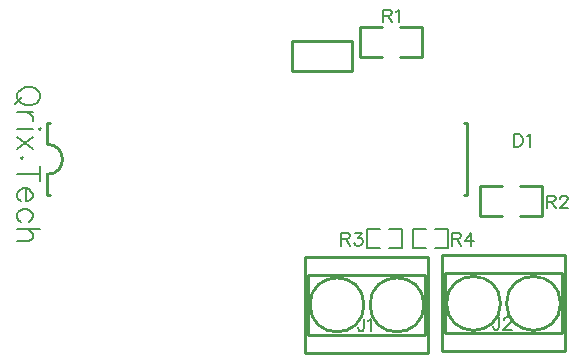
<source format=gto>
G04 Layer: TopSilkLayer*
G04 EasyEDA v6.4.3, 2020-09-28T11:24:18+02:00*
G04 db6a862be2b4476fa8aa916105e7e4dd,b5629027151c44a780a78c7d9cec2130,10*
G04 Gerber Generator version 0.2*
G04 Scale: 100 percent, Rotated: No, Reflected: No *
G04 Dimensions in inches *
G04 leading zeros omitted , absolute positions ,2 integer and 4 decimal *
%FSLAX24Y24*%
%MOIN*%
G90*
G70D02*

%ADD10C,0.010000*%
%ADD12C,0.008000*%
%ADD13C,0.006000*%
%ADD23C,0.007874*%

%LPD*%
G54D10*
G01X1350Y6050D02*
G01X1350Y5350D01*
G01X15350Y5350D02*
G01X15350Y7750D01*
G01X1350Y7750D02*
G01X1350Y7050D01*
G01X1350Y7750D02*
G01X1450Y7750D01*
G01X1350Y5350D02*
G01X1450Y5350D01*
G01X15350Y5350D02*
G01X15250Y5350D01*
G01X15350Y7750D02*
G01X15250Y7750D01*
G01X14050Y3300D02*
G01X14050Y100D01*
G01X9950Y100D01*
G01X9950Y3300D01*
G01X14050Y3300D01*
G01X13950Y2700D02*
G01X13950Y700D01*
G01X10050Y700D01*
G01X10050Y2700D01*
G01X13950Y2700D01*
G01X14500Y150D02*
G01X14500Y3350D01*
G01X18600Y3350D01*
G01X18600Y150D01*
G01X14500Y150D01*
G01X14600Y750D02*
G01X14600Y2750D01*
G01X18500Y2750D01*
G01X18500Y750D01*
G01X14600Y750D01*
G01X12500Y10950D02*
G01X11772Y10950D01*
G01X11772Y9950D01*
G01X12500Y9950D01*
G01X13100Y9950D02*
G01X13831Y9950D01*
G01X13831Y10950D01*
G01X13100Y10950D01*
G01X11500Y10500D02*
G01X11500Y9500D01*
G01X9500Y9500D01*
G01X9500Y10500D01*
G01X11500Y10500D01*
G01X16500Y5650D02*
G01X15772Y5650D01*
G01X15772Y4650D01*
G01X16500Y4650D01*
G01X17100Y4650D02*
G01X17831Y4650D01*
G01X17831Y5650D01*
G01X17100Y5650D01*
G54D23*
G01X14272Y4215D02*
G01X14705Y4215D01*
G01X14705Y3584D01*
G01X14272Y3584D01*
G01X13957Y4215D02*
G01X13524Y4215D01*
G01X13524Y3821D01*
G01X13524Y3584D01*
G01X13957Y3584D01*
G01X12427Y3584D02*
G01X11994Y3584D01*
G01X11994Y4215D01*
G01X12427Y4215D01*
G01X12742Y3584D02*
G01X13175Y3584D01*
G01X13175Y3978D01*
G01X13175Y4215D01*
G01X12742Y4215D01*
G54D12*
G01X1107Y8732D02*
G01X1071Y8805D01*
G01X998Y8876D01*
G01X925Y8913D01*
G01X815Y8950D01*
G01X634Y8950D01*
G01X525Y8913D01*
G01X453Y8876D01*
G01X380Y8805D01*
G01X344Y8732D01*
G01X344Y8586D01*
G01X380Y8513D01*
G01X453Y8440D01*
G01X525Y8405D01*
G01X634Y8367D01*
G01X815Y8367D01*
G01X925Y8405D01*
G01X998Y8440D01*
G01X1071Y8513D01*
G01X1107Y8586D01*
G01X1107Y8732D01*
G01X488Y8623D02*
G01X271Y8405D01*
G01X853Y8128D02*
G01X344Y8128D01*
G01X634Y8128D02*
G01X744Y8092D01*
G01X815Y8019D01*
G01X853Y7946D01*
G01X853Y7836D01*
G01X1107Y7596D02*
G01X1071Y7561D01*
G01X1107Y7525D01*
G01X1144Y7561D01*
G01X1107Y7596D01*
G01X853Y7561D02*
G01X344Y7561D01*
G01X853Y7284D02*
G01X344Y6884D01*
G01X853Y6884D02*
G01X344Y7284D01*
G01X525Y6607D02*
G01X488Y6644D01*
G01X453Y6607D01*
G01X488Y6571D01*
G01X525Y6607D01*
G01X1107Y6076D02*
G01X344Y6076D01*
G01X1107Y6332D02*
G01X1107Y5823D01*
G01X634Y5582D02*
G01X634Y5146D01*
G01X707Y5146D01*
G01X780Y5182D01*
G01X815Y5219D01*
G01X853Y5292D01*
G01X853Y5401D01*
G01X815Y5473D01*
G01X744Y5546D01*
G01X634Y5582D01*
G01X561Y5582D01*
G01X453Y5546D01*
G01X380Y5473D01*
G01X344Y5401D01*
G01X344Y5292D01*
G01X380Y5219D01*
G01X453Y5146D01*
G01X744Y4469D02*
G01X815Y4542D01*
G01X853Y4615D01*
G01X853Y4725D01*
G01X815Y4796D01*
G01X744Y4869D01*
G01X634Y4905D01*
G01X561Y4905D01*
G01X453Y4869D01*
G01X380Y4796D01*
G01X344Y4725D01*
G01X344Y4615D01*
G01X380Y4542D01*
G01X453Y4469D01*
G01X1107Y4230D02*
G01X344Y4230D01*
G01X707Y4230D02*
G01X815Y4121D01*
G01X853Y4048D01*
G01X853Y3938D01*
G01X815Y3865D01*
G01X707Y3830D01*
G01X344Y3830D01*
G54D13*
G01X16900Y7403D02*
G01X16900Y6975D01*
G01X16900Y7403D02*
G01X17043Y7403D01*
G01X17105Y7384D01*
G01X17144Y7342D01*
G01X17165Y7301D01*
G01X17185Y7240D01*
G01X17185Y7138D01*
G01X17165Y7076D01*
G01X17144Y7036D01*
G01X17105Y6994D01*
G01X17043Y6975D01*
G01X16900Y6975D01*
G01X17321Y7321D02*
G01X17361Y7342D01*
G01X17423Y7403D01*
G01X17423Y6975D01*
G01X11905Y1244D02*
G01X11905Y917D01*
G01X11884Y857D01*
G01X11864Y836D01*
G01X11822Y815D01*
G01X11781Y815D01*
G01X11740Y836D01*
G01X11719Y857D01*
G01X11700Y917D01*
G01X11700Y959D01*
G01X12039Y1163D02*
G01X12080Y1184D01*
G01X12142Y1244D01*
G01X12142Y815D01*
G01X16405Y1294D02*
G01X16405Y967D01*
G01X16384Y907D01*
G01X16364Y886D01*
G01X16322Y865D01*
G01X16281Y865D01*
G01X16240Y886D01*
G01X16219Y907D01*
G01X16200Y967D01*
G01X16200Y1009D01*
G01X16560Y1192D02*
G01X16560Y1213D01*
G01X16580Y1255D01*
G01X16601Y1275D01*
G01X16642Y1294D01*
G01X16723Y1294D01*
G01X16764Y1275D01*
G01X16785Y1255D01*
G01X16805Y1213D01*
G01X16805Y1173D01*
G01X16785Y1132D01*
G01X16743Y1069D01*
G01X16539Y865D01*
G01X16826Y865D01*
G01X12550Y11544D02*
G01X12550Y11115D01*
G01X12550Y11544D02*
G01X12734Y11544D01*
G01X12794Y11525D01*
G01X12815Y11505D01*
G01X12835Y11463D01*
G01X12835Y11423D01*
G01X12815Y11382D01*
G01X12794Y11361D01*
G01X12734Y11340D01*
G01X12550Y11340D01*
G01X12693Y11340D02*
G01X12835Y11115D01*
G01X12971Y11463D02*
G01X13011Y11484D01*
G01X13073Y11544D01*
G01X13073Y11115D01*
G01X18000Y5344D02*
G01X18000Y4915D01*
G01X18000Y5344D02*
G01X18184Y5344D01*
G01X18244Y5325D01*
G01X18265Y5305D01*
G01X18285Y5263D01*
G01X18285Y5223D01*
G01X18265Y5182D01*
G01X18244Y5161D01*
G01X18184Y5140D01*
G01X18000Y5140D01*
G01X18143Y5140D02*
G01X18285Y4915D01*
G01X18442Y5242D02*
G01X18442Y5263D01*
G01X18461Y5305D01*
G01X18482Y5325D01*
G01X18523Y5344D01*
G01X18605Y5344D01*
G01X18646Y5325D01*
G01X18667Y5305D01*
G01X18686Y5263D01*
G01X18686Y5223D01*
G01X18667Y5182D01*
G01X18626Y5119D01*
G01X18421Y4915D01*
G01X18707Y4915D01*
G01X14850Y4103D02*
G01X14850Y3675D01*
G01X14850Y4103D02*
G01X15034Y4103D01*
G01X15094Y4084D01*
G01X15115Y4063D01*
G01X15135Y4021D01*
G01X15135Y3980D01*
G01X15115Y3940D01*
G01X15094Y3919D01*
G01X15034Y3900D01*
G01X14850Y3900D01*
G01X14993Y3900D02*
G01X15135Y3675D01*
G01X15476Y4103D02*
G01X15271Y3817D01*
G01X15577Y3817D01*
G01X15476Y4103D02*
G01X15476Y3675D01*
G01X11150Y4103D02*
G01X11150Y3675D01*
G01X11150Y4103D02*
G01X11334Y4103D01*
G01X11394Y4084D01*
G01X11415Y4063D01*
G01X11435Y4021D01*
G01X11435Y3980D01*
G01X11415Y3940D01*
G01X11394Y3919D01*
G01X11334Y3900D01*
G01X11150Y3900D01*
G01X11293Y3900D02*
G01X11435Y3675D01*
G01X11611Y4103D02*
G01X11836Y4103D01*
G01X11714Y3940D01*
G01X11776Y3940D01*
G01X11817Y3919D01*
G01X11836Y3900D01*
G01X11857Y3838D01*
G01X11857Y3796D01*
G01X11836Y3736D01*
G01X11796Y3694D01*
G01X11735Y3675D01*
G01X11673Y3675D01*
G01X11611Y3694D01*
G01X11592Y3715D01*
G01X11571Y3755D01*
G54D10*
G75*
G01X1350Y6050D02*
G03X1350Y7050I0J500D01*
G01*
G75*
G01X13900Y1700D02*
G03X13900Y1700I-900J0D01*
G01*
G75*
G01X11900Y1700D02*
G03X11900Y1700I-900J0D01*
G01*
G75*
G01X16450Y1750D02*
G03X16450Y1750I-900J0D01*
G01*
G75*
G01X18450Y1750D02*
G03X18450Y1750I-900J0D01*
G01*
M00*
M02*

</source>
